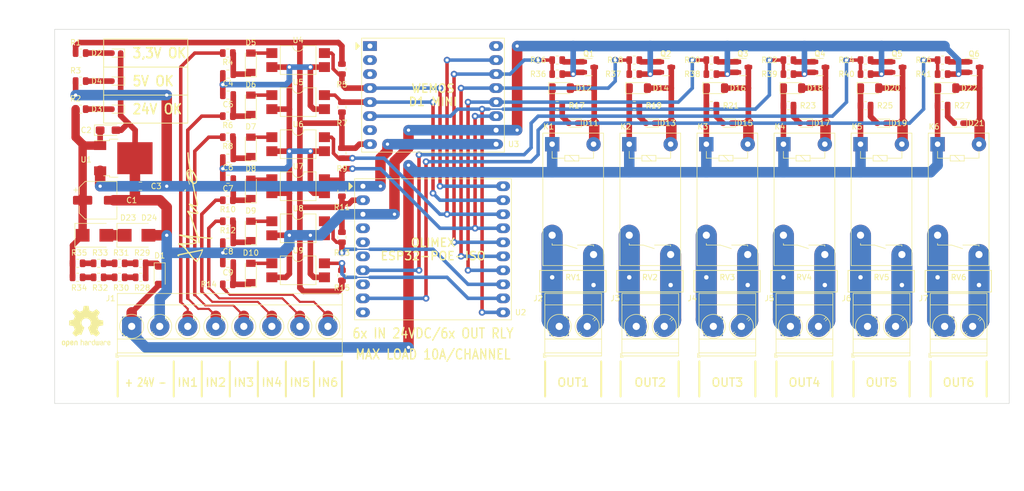
<source format=kicad_pcb>
(kicad_pcb (version 20211014) (generator pcbnew)
  (title_block (title "ESP 6 Relay Module"))
  (layers (0 "F.Cu" signal) (31 "B.Cu" signal) (34 "B.Paste" user) (35 "F.Paste" user) (36 "B.SilkS" user "B.Silkscreen") (37 "F.SilkS" user "F.Silkscreen") (38 "B.Mask" user) (39 "F.Mask" user) (44 "Edge.Cuts" user))
  (net 0 "")
  (net 1 "GNDREF")
  (net 2 "+24V")
  (net 3 "+5V")
  (net 4 "/32-GPI34")
  (net 5 "/32-GPI36")
  (net 6 "/32-GPI35")
  (net 7 "/32-GPI39")
  (net 8 "/32-GPIO14")
  (net 9 "/32-GPIO15")
  (net 10 "Net-(D2-Pad2)")
  (net 11 "Net-(D3-Pad2)")
  (net 12 "Net-(D4-Pad2)")
  (net 13 "Net-(J2-Pad2)")
  (net 14 "Net-(J2-Pad1)")
  (net 15 "+3V3")
  (net 16 "/32-GPIO2")
  (net 17 "/32-GPIO4")
  (net 18 "/32-GPIO13")
  (net 19 "/32-GPIO16")
  (net 20 "/32-GPIO33")
  (net 21 "/32-GPIO32")
  (net 22 "Net-(D17-Pad2)")
  (net 23 "Net-(D19-Pad2)")
  (net 24 "Net-(D21-Pad2)")
  (net 25 "Net-(Q1-Pad1)")
  (net 26 "Net-(Q2-Pad1)")
  (net 27 "Net-(Q3-Pad1)")
  (net 28 "Net-(Q4-Pad1)")
  (net 29 "Net-(Q5-Pad1)")
  (net 30 "Net-(Q6-Pad1)")
  (net 31 "Net-(C4-Pad1)")
  (net 32 "Net-(C5-Pad1)")
  (net 33 "Net-(C6-Pad1)")
  (net 34 "Net-(C7-Pad1)")
  (net 35 "Net-(C8-Pad1)")
  (net 36 "Net-(C9-Pad1)")
  (net 37 "Net-(D5-Pad2)")
  (net 38 "Net-(D6-Pad2)")
  (net 39 "Net-(D7-Pad2)")
  (net 40 "Net-(D8-Pad2)")
  (net 41 "Net-(D9-Pad2)")
  (net 42 "Net-(D10-Pad2)")
  (net 43 "Net-(D11-Pad2)")
  (net 44 "Net-(D13-Pad2)")
  (net 45 "Net-(D15-Pad2)")
  (net 46 "Net-(D11-Pad1)")
  (net 47 "Net-(D13-Pad1)")
  (net 48 "Net-(D15-Pad1)")
  (net 49 "Net-(D17-Pad1)")
  (net 50 "Net-(D19-Pad1)")
  (net 51 "Net-(D21-Pad1)")
  (net 52 "Net-(J3-Pad2)")
  (net 53 "Net-(J3-Pad1)")
  (net 54 "Net-(J4-Pad2)")
  (net 55 "Net-(J4-Pad1)")
  (net 56 "Net-(J5-Pad1)")
  (net 57 "Net-(J5-Pad2)")
  (net 58 "Net-(J6-Pad2)")
  (net 59 "Net-(J6-Pad1)")
  (net 60 "Net-(J7-Pad1)")
  (net 61 "Net-(J7-Pad2)")
  (net 62 "Net-(J1-Pad3)")
  (net 63 "Net-(J1-Pad4)")
  (net 64 "+VReg")
  (net 65 "Net-(D1-Pad1)")
  (net 66 "Net-(D23-Pad2)")
  (net 67 "Net-(R28-Pad2)")
  (net 68 "Net-(R29-Pad2)")
  (net 69 "Net-(R30-Pad2)")
  (net 70 "Net-(R31-Pad2)")
  (net 71 "Net-(R32-Pad2)")
  (net 72 "Net-(R33-Pad2)")
  (net 83 "Net-(J1-Pad5)")
  (net 84 "Net-(J1-Pad6)")
  (net 85 "Net-(J1-Pad7)")
  (net 86 "Net-(J1-Pad8)")
  (footprint "Tales:TerminalBlock_Phoenix_MKDS-3-8-5.08_1x08_P5.08mm_Horizontal" (layer "F.Cu") (at 78.74 118.11)
    (fp_text reference "J1")
    (fp_text value "POWER & INPUTS")
  )
  (footprint "Tales:TerminalBlock_Phoenix_MKDS-3-2-5.08_1x02_P5.08mm_Horizontal" (layer "F.Cu") (at 156.21 118.11)
    (fp_text reference "J2")
    (fp_text value "OUT1")
  )
  (footprint "Tales:Relay_SPST_Omron-G5PZ-1A" (layer "F.Cu") (at 154.94 85.09 -90)
    (fp_text reference "K1")
    (fp_text value "G5PZ-1A")
  )
  (footprint "Tales:WEMOS_D1_mini_light_pads" (layer "F.Cu") (at 121.92 67.31)
    (fp_text reference "U3")
    (fp_text value "WeMos_D1_mini")
  )
  (footprint "Tales:RV_Disc_D12mm_W3.9mm_P7.5mm" (layer "F.Cu") (at 154.94 109.22)
    (fp_text reference "RV1")
    (fp_text value "250VAC")
  )
  (footprint "Tales:TerminalBlock_Phoenix_MKDS-3-2-5.08_1x02_P5.08mm_Horizontal" (layer "F.Cu") (at 170.18 118.11)
    (fp_text reference "J3")
    (fp_text value "OUT1")
  )
  (footprint "Tales:TerminalBlock_Phoenix_MKDS-3-2-5.08_1x02_P5.08mm_Horizontal" (layer "F.Cu") (at 184.15 118.11)
    (fp_text reference "J4")
    (fp_text value "OUT1")
  )
  (footprint "Tales:TerminalBlock_Phoenix_MKDS-3-2-5.08_1x02_P5.08mm_Horizontal" (layer "F.Cu") (at 198.12 118.11)
    (fp_text reference "J5")
    (fp_text value "OUT1")
  )
  (footprint "Tales:TerminalBlock_Phoenix_MKDS-3-2-5.08_1x02_P5.08mm_Horizontal" (layer "F.Cu") (at 212.09 118.11)
    (fp_text reference "J6")
    (fp_text value "OUT1")
  )
  (footprint "Tales:TerminalBlock_Phoenix_MKDS-3-2-5.08_1x02_P5.08mm_Horizontal" (layer "F.Cu") (at 226.06 118.11)
    (fp_text reference "J7")
    (fp_text value "OUT1")
  )
  (footprint "Tales:Relay_SPST_Omron-G5PZ-1A" (layer "F.Cu") (at 168.91 85.09 -90)
    (fp_text reference "K2")
    (fp_text value "G5PZ-1A")
  )
  (footprint "Tales:Relay_SPST_Omron-G5PZ-1A" (layer "F.Cu") (at 182.88 85.09 -90)
    (fp_text reference "K3")
    (fp_text value "G5PZ-1A")
  )
  (footprint "Tales:Relay_SPST_Omron-G5PZ-1A" (layer "F.Cu") (at 196.85 85.09 -90)
    (fp_text reference "K4")
    (fp_text value "G5PZ-1A")
  )
  (footprint "Tales:Relay_SPST_Omron-G5PZ-1A" (layer "F.Cu") (at 210.82 85.09 -90)
    (fp_text reference "K5")
    (fp_text value "G5PZ-1A")
  )
  (footprint "Tales:Relay_SPST_Omron-G5PZ-1A" (layer "F.Cu") (at 224.79 85.09 -90)
    (fp_text reference "K6")
    (fp_text value "G5PZ-1A")
  )
  (footprint "Tales:RV_Disc_D12mm_W3.9mm_P7.5mm" (layer "F.Cu") (at 168.91 109.22)
    (fp_text reference "RV2")
    (fp_text value "250VAC")
  )
  (footprint "Tales:RV_Disc_D12mm_W3.9mm_P7.5mm" (layer "F.Cu") (at 182.88 109.22)
    (fp_text reference "RV3")
    (fp_text value "250VAC")
  )
  (footprint "Tales:RV_Disc_D12mm_W3.9mm_P7.5mm" (layer "F.Cu") (at 196.85 109.22)
    (fp_text reference "RV4")
    (fp_text value "250VAC")
  )
  (footprint "Tales:RV_Disc_D12mm_W3.9mm_P7.5mm" (layer "F.Cu") (at 210.82 109.22)
    (fp_text reference "RV5")
    (fp_text value "250VAC")
  )
  (footprint "Tales:RV_Disc_D12mm_W3.9mm_P7.5mm" (layer "F.Cu") (at 224.79 109.22)
    (fp_text reference "RV6")
    (fp_text value "250VAC")
  )
  (footprint "Tales:D_SOD-123" (layer "F.Cu") (at 156.59 74.93)
    (fp_text reference "D12")
    (fp_text value "1N4148/SOD-123")
  )
  (footprint "Tales:TO-252-2" (layer "F.Cu") (at 77.225 87.63)
    (fp_text reference "U1")
    (fp_text value "L78M05/TO-252-2")
  )
  (footprint "Tales:Olimex_ESP32-POE_Pads" (layer "F.Cu") (at 120.65 92.71)
    (fp_text reference "U2")
    (fp_text value "Olimex_ESP32-POE")
  )
  (footprint "Tales:R_0805_2012Metric" (layer "F.Cu") (at 69.4925 68.58)
    (fp_text reference "R1")
    (fp_text value "270R/0,125W/0805")
  )
  (footprint "Tales:R_0805_2012Metric" (layer "F.Cu") (at 69.4925 78.74)
    (fp_text reference "R2")
    (fp_text value "3k9/0,125W/0805")
  )
  (footprint "Tales:R_0805_2012Metric" (layer "F.Cu") (at 69.4925 73.66)
    (fp_text reference "R3")
    (fp_text value "680R/0,125W/0805")
  )
  (footprint "Tales:R_0805_2012Metric" (layer "F.Cu") (at 96.1625 68.58 180)
    (fp_text reference "R4")
    (fp_text value "1k2/0,125W/0805")
  )
  (footprint "Tales:R_0805_2012Metric" (layer "F.Cu") (at 116.84 71.4775 -90)
    (fp_text reference "R5")
    (fp_text value "3k3/0,125W/0805")
  )
  (footprint "Tales:R_0805_2012Metric" (layer "F.Cu") (at 116.84 78.3825 90)
    (fp_text reference "R7")
    (fp_text value "3k3/0,125W/0805")
  )
  (footprint "Tales:R_0805_2012Metric" (layer "F.Cu") (at 96.1625 80.01 180)
    (fp_text reference "R6")
    (fp_text value "1k2/0,125W/0805")
  )
  (footprint "Tales:R_0805_2012Metric" (layer "F.Cu") (at 96.1625 83.82 180)
    (fp_text reference "R8")
    (fp_text value "1k2/0,125W/0805")
  )
  (footprint "Tales:R_0805_2012Metric" (layer "F.Cu") (at 116.84 86.7175 -90)
    (fp_text reference "R9")
    (fp_text value "3k3/0,125W/0805")
  )
  (footprint "Tales:R_0805_2012Metric" (layer "F.Cu") (at 96.1625 95.25 180)
    (fp_text reference "R10")
    (fp_text value "1k2/0,125W/0805")
  )
  (footprint "Tales:R_0805_2012Metric" (layer "F.Cu") (at 116.84 93.6225 90)
    (fp_text reference "R11")
    (fp_text value "3k3/0,125W/0805")
  )
  (footprint "Tales:R_0805_2012Metric" (layer "F.Cu") (at 96.1625 99.06 180)
    (fp_text reference "R12")
    (fp_text value "1k2/0,125W/0805")
  )
  (footprint "Tales:R_0805_2012Metric" (layer "F.Cu") (at 116.84 101.9575 -90)
    (fp_text reference "R13")
    (fp_text value "3k3/0,125W/0805")
  )
  (footprint "Tales:R_0805_2012Metric" (layer "F.Cu") (at 96.1625 110.49 180)
    (fp_text reference "R14")
    (fp_text value "1k2/0,125W/0805")
  )
  (footprint "Tales:R_0805_2012Metric" (layer "F.Cu") (at 116.84 108.8625 90)
    (fp_text reference "R15")
    (fp_text value "3k3/0,125W/0805")
  )
  (footprint "Tales:C_0805_2012Metric" (layer "F.Cu") (at 96.2 72.39 180)
    (fp_text reference "C4")
    (fp_text value "33nF/50V/0805")
  )
  (footprint "Tales:C_0805_2012Metric" (layer "F.Cu") (at 96.2 76.2 180)
    (fp_text reference "C5")
    (fp_text value "33nF/50V/0805")
  )
  (footprint "Tales:C_0805_2012Metric" (layer "F.Cu") (at 96.2 87.63 180)
    (fp_text reference "C6")
    (fp_text value "33nF/50V/0805")
  )
  (footprint "Tales:C_0805_2012Metric" (layer "F.Cu") (at 96.2 91.44 180)
    (fp_text reference "C7")
    (fp_text value "33nF/50V/0805")
  )
  (footprint "Tales:C_0805_2012Metric" (layer "F.Cu") (at 96.2 102.87 180)
    (fp_text reference "C8")
    (fp_text value "33nF/50V/0805")
  )
  (footprint "Tales:C_0805_2012Metric" (layer "F.Cu") (at 96.2 106.68 180)
    (fp_text reference "C9")
    (fp_text value "33nF/50V/0805")
  )
  (footprint "Tales:LED_0603_1608Metric" (layer "F.Cu") (at 75.955 68.58 180)
    (fp_text reference "D2")
    (fp_text value "GREEN/0603")
  )
  (footprint "Tales:LED_0603_1608Metric" (layer "F.Cu") (at 75.955 78.74 180)
    (fp_text reference "D3")
    (fp_text value "GREEN/0603")
  )
  (footprint "Tales:LED_0603_1608Metric" (layer "F.Cu") (at 75.955 73.66 180)
    (fp_text reference "D4")
    (fp_text value "GREEN/0603")
  )
  (footprint "Tales:LED_0603_1608Metric" (layer "F.Cu") (at 158.75 81.28 180)
    (fp_text reference "D11")
    (fp_text value "BLUE/0603")
  )
  (footprint "Tales:LED_0603_1608Metric" (layer "F.Cu") (at 172.72 81.28 180)
    (fp_text reference "D13")
    (fp_text value "BLUE/0603")
  )
  (footprint "Tales:D_SOD-123" (layer "F.Cu") (at 170.56 74.93)
    (fp_text reference "D14")
    (fp_text value "1N4148/SOD-123")
  )
  (footprint "Tales:LED_0603_1608Metric" (layer "F.Cu") (at 186.69 81.28 180)
    (fp_text reference "D15")
    (fp_text value "BLUE/0603")
  )
  (footprint "Tales:D_SOD-123" (layer "F.Cu") (at 184.53 74.93)
    (fp_text reference "D16")
    (fp_text value "1N4148/SOD-123")
  )
  (footprint "Tales:LED_0603_1608Metric" (layer "F.Cu") (at 200.66 81.28 180)
    (fp_text reference "D17")
    (fp_text value "BLUE/0603")
  )
  (footprint "Tales:D_SOD-123" (layer "F.Cu") (at 198.5 74.93)
    (fp_text reference "D18")
    (fp_text value "1N4148/SOD-123")
  )
  (footprint "Tales:LED_0603_1608Metric" (layer "F.Cu") (at 214.63 81.28 180)
    (fp_text reference "D19")
    (fp_text value "BLUE/0603")
  )
  (footprint "Tales:D_SOD-123" (layer "F.Cu") (at 212.47 74.93)
    (fp_text reference "D20")
    (fp_text value "1N4148/SOD-123")
  )
  (footprint "Tales:LED_0603_1608Metric" (layer "F.Cu") (at 228.6 81.28 180)
    (fp_text reference "D21")
    (fp_text value "BLUE/0603")
  )
  (footprint "Tales:D_SOD-123" (layer "F.Cu") (at 226.44 74.93)
    (fp_text reference "D22")
    (fp_text value "1N4148/SOD-123")
  )
  (footprint "Tales:R_0805_2012Metric" (layer "F.Cu") (at 169.8225 78.105)
    (fp_text reference "R19")
    (fp_text value "4k7/0,125W/0805")
  )
  (footprint "Tales:R_0805_2012Metric" (layer "F.Cu") (at 183.7925 78.105)
    (fp_text reference "R21")
    (fp_text value "4k7/0,125W/0805")
  )
  (footprint "Tales:R_0805_2012Metric" (layer "F.Cu") (at 197.7625 78.105)
    (fp_text reference "R23")
    (fp_text value "4k7/0,125W/0805")
  )
  (footprint "Tales:R_0805_2012Metric" (layer "F.Cu") (at 211.7325 78.105)
    (fp_text reference "R25")
    (fp_text value "4k7/0,125W/0805")
  )
  (footprint "Tales:R_0805_2012Metric" (layer "F.Cu") (at 225.7025 78.105)
    (fp_text reference "R27")
    (fp_text value "4k7/0,125W/0805")
  )
  (footprint "Tales:R_0805_2012Metric" (layer "F.Cu") (at 155.8525 69.85 180)
    (fp_text reference "R16")
    (fp_text value "1k/0,125W/0805")
  )
  (footprint "Tales:R_0805_2012Metric" (layer "F.Cu") (at 169.8225 69.85 180)
    (fp_text reference "R18")
    (fp_text value "1k/0,125W/0805")
  )
  (footprint "Tales:R_0805_2012Metric" (layer "F.Cu") (at 183.7925 69.85 180)
    (fp_text reference "R20")
    (fp_text value "1k/0,125W/0805")
  )
  (footprint "Tales:R_0805_2012Metric" (layer "F.Cu") (at 197.7625 69.85 180)
    (fp_text reference "R22")
    (fp_text value "1k/0,125W/0805")
  )
  (footprint "Tales:R_0805_2012Metric" (layer "F.Cu") (at 211.7325 69.85 180)
    (fp_text reference "R24")
    (fp_text value "1k/0,125W/0805")
  )
  (footprint "Tales:R_0805_2012Metric" (layer "F.Cu") (at 225.7025 69.85 180)
    (fp_text reference "R26")
    (fp_text value "1k/0,125W/0805")
  )
  (footprint "Tales:R_0805_2012Metric" (layer "F.Cu") (at 155.8525 78.105)
    (fp_text reference "R17")
    (fp_text value "4k7/0,125W/0805")
  )
  (footprint "Tales:D_SOD-123" (layer "F.Cu") (at 83.82 108.84 -90)
    (fp_text reference "D1")
    (fp_text value "SM4007PL/SOD-123")
  )
  (footprint "Tales:SOT-23" (layer "F.Cu") (at 203.47 71.12)
    (fp_text reference "Q4")
    (fp_text value "MMBT2222A/SOT-23-3")
  )
  (footprint "Package_DIP:SMDIP-4_W9.53mm" (layer "F.Cu") (at 108.905 100.33)
    (fp_text reference "U8")
    (fp_text value "LTV-817S")
  )
  (footprint "Package_DIP:SMDIP-4_W9.53mm" (layer "F.Cu") (at 108.905 77.47)
    (fp_text reference "U5")
    (fp_text value "LTV-817S")
  )
  (footprint "Tales:D_MiniMELF" (layer "F.Cu") (at 100.33 108.43 90)
    (fp_text reference "D10")
    (fp_text value "9V1/500mW")
  )
  (footprint "Tales:R_0805_2012Metric" (layer "F.Cu") (at 76.5575 109.22 180)
    (fp_text reference "R30")
    (fp_text value "56R/0,125W/0805")
  )
  (footprint "Tales:R_0805_2012Metric" (layer "F.Cu") (at 183.7925 72.39)
    (fp_text reference "R38")
    (fp_text value "10k/0,125W/0805")
  )
  (footprint "Tales:R_0805_2012Metric" (layer "F.Cu") (at 72.7475 109.22 180)
    (fp_text reference "R32")
    (fp_text value "56R/0,125W/0805")
  )
  (footprint "Package_DIP:SMDIP-4_W9.53mm" (layer "F.Cu") (at 108.905 69.85)
    (fp_text reference "U4")
    (fp_text value "LTV-817S")
  )
  (footprint "Package_DIP:SMDIP-4_W9.53mm" (layer "F.Cu") (at 108.905 85.09)
    (fp_text reference "U6")
    (fp_text value "LTV-817S")
  )
  (footprint "Tales:C_0805_2012Metric" (layer "F.Cu") (at 80.33 92.71 180)
    (fp_text reference "C3")
    (fp_text value "0,1uF/50V/0805")
  )
  (footprint "Tales:R_0805_2012Metric" (layer "F.Cu") (at 169.8225 72.39)
    (fp_text reference "R37")
    (fp_text value "10k/0,125W/0805")
  )
  (footprint "Tales:D_MiniMELF" (layer "F.Cu") (at 100.33 85.57 90)
    (fp_text reference "D7")
    (fp_text value "9V1/500mW")
  )
  (footprint "Tales:R_0805_2012Metric" (layer "F.Cu") (at 155.8525 72.39)
    (fp_text reference "R36")
    (fp_text value "10k/0,125W/0805")
  )
  (footprint "Package_DIP:SMDIP-4_W9.53mm" (layer "F.Cu") (at 108.905 107.95)
    (fp_text reference "U9")
    (fp_text value "LTV-817S")
  )
  (footprint "Tales:R_0805_2012Metric" (layer "F.Cu") (at 68.9375 109.22 180)
    (fp_text reference "R34")
    (fp_text value "56R/0,125W/0805")
  )
  (footprint "Tales:CP_EIA-3216-18_Kemet-A_Pad1.58x1.35mm_HandSolder" (layer "F.Cu") (at 74.4625 82.55)
    (fp_text reference "C2")
    (fp_text value "0,33uF/35V")
  )
  (footprint "Tales:TMaschio_20x6.4mm" (layer "F.Cu") (at 90.17 96.52 90)
    (fp_text reference "" hide)
    (fp_text value "" hide)
  )
  (footprint "Package_DIP:SMDIP-4_W9.53mm" (layer "F.Cu") (at 108.905 92.71)
    (fp_text reference "U7")
    (fp_text value "LTV-817S")
  )
  (footprint "Tales:SOT-23" (layer "F.Cu") (at 217.44 71.12)
    (fp_text reference "Q5")
    (fp_text value "MMBT2222A/SOT-23-3")
  )
  (footprint "Tales:R_0805_2012Metric" (layer "F.Cu") (at 225.7025 72.39)
    (fp_text reference "R41")
    (fp_text value "10k/0,125W/0805")
  )
  (footprint "Tales:R_0805_2012Metric" (layer "F.Cu") (at 197.7625 72.39)
    (fp_text reference "R39")
    (fp_text value "10k/0,125W/0805")
  )
  (footprint "Tales:R_0805_2012Metric" (layer "F.Cu") (at 68.9375 106.68 180)
    (fp_text reference "R35")
    (fp_text value "56R/0,125W/0805")
  )
  (footprint "Tales:SOT-23" (layer "F.Cu") (at 189.5 71.12)
    (fp_text reference "Q3")
    (fp_text value "MMBT2222A/SOT-23-3")
  )
  (footprint "Tales:SOT-23" (layer "F.Cu") (at 231.41 71.12)
    (fp_text reference "Q6")
    (fp_text value "MMBT2222A/SOT-23-3")
  )
  (footprint "Tales:D_MiniMELF" (layer "F.Cu") (at 100.33 100.81 90)
    (fp_text reference "D9")
    (fp_text value "9V1/500mW")
  )
  (footprint "Tales:R_0805_2012Metric" (layer "F.Cu") (at 211.7325 72.39)
    (fp_text reference "R40")
    (fp_text value "10k/0,125W/0805")
  )
  (footprint "Tales:D_MiniMELF" (layer "F.Cu") (at 100.33 93.19 90)
    (fp_text reference "D8")
    (fp_text value "9V1/500mW")
  )
  (footprint "Tales:SOT-23" (layer "F.Cu") (at 161.56 71.12)
    (fp_text reference "Q1")
    (fp_text value "MMBT2222A/SOT-23-3")
  )
  (footprint "Tales:CP_Elec_6.3x5.4" (layer "F.Cu") (at 72.65 95.25)
    (fp_text reference "C1")
    (fp_text value "47uF/35V/6,3x5,4")
  )
  (footprint "Tales:D_MiniMELF" (layer "F.Cu") (at 100.33 70.33 90)
    (fp_text reference "D5")
    (fp_text value "9V1/500mW")
  )
  (footprint "Tales:SOT-23" (layer "F.Cu") (at 175.53 71.12)
    (fp_text reference "Q2")
    (fp_text value "MMBT2222A/SOT-23-3")
  )
  (footprint "Tales:R_0805_2012Metric" (layer "F.Cu") (at 80.3675 106.68 180)
    (fp_text reference "R29")
    (fp_text value "56R/0,125W/0805")
  )
  (footprint "Tales:D_SMB" (layer "F.Cu") (at 72 101.6)
    (fp_text reference "D23")
    (fp_text value "7V5/5W/SMB")
  )
  (footprint "Symbol:OSHW-Logo2_9.8x8mm_SilkScreen" (layer "F.Cu") (at 70.485 118.11)
    (fp_text reference "REF**" hide)
    (fp_text value "OSHW-Logo2_9.8x8mm_SilkScreen" hide)
  )
  (footprint "Tales:R_0805_2012Metric" (layer "F.Cu") (at 76.5575 106.68 180)
    (fp_text reference "R31")
    (fp_text value "56R/0,125W/0805")
  )
  (footprint "Tales:R_0805_2012Metric" (layer "F.Cu") (at 80.3675 109.22 180)
    (fp_text reference "R28")
    (fp_text value "56R/0,125W/0805")
  )
  (footprint "Tales:R_0805_2012Metric" (layer "F.Cu") (at 72.7475 106.68 180)
    (fp_text reference "R33")
    (fp_text value "56R/0,125W/0805")
  )
  (footprint "Tales:D_MiniMELF" (layer "F.Cu") (at 100.33 77.95 90)
    (fp_text reference "D6")
    (fp_text value "9V1/500mW")
  )
  (footprint "Tales:D_SMB" (layer "F.Cu") (at 79.62 101.6)
    (fp_text reference "D24")
    (fp_text value "7V5/5W/SMB")
  )
  (gr_line (start 91.44 124.46) (end 91.44 130.81) (layer "F.SilkS") (width 0.35))
  (gr_line (start 86.36 124.46) (end 86.36 130.81) (layer "F.SilkS") (width 0.35))
  (gr_line (start 191.77 124.46) (end 191.77 130.81) (layer "F.SilkS") (width 0.35))
  (gr_line (start 116.84 124.46) (end 116.84 130.81) (layer "F.SilkS") (width 0.35))
  (gr_line (start 163.83 124.46) (end 163.83 130.81) (layer "F.SilkS") (width 0.35))
  (gr_line (start 73.66 71.12) (end 88.9 71.12) (layer "F.SilkS") (width 0.15))
  (gr_line (start 219.71 124.46) (end 219.71 130.81) (layer "F.SilkS") (width 0.35))
  (gr_line (start 233.68 124.46) (end 233.68 130.81) (layer "F.SilkS") (width 0.35))
  (gr_line (start 205.74 124.46) (end 205.74 130.81) (layer "F.SilkS") (width 0.35))
  (gr_line (start 177.86 124.46) (end 177.86 130.81) (layer "F.SilkS") (width 0.35))
  (gr_rect (start 73.66 66.04) (end 88.9 81.28) (layer "F.SilkS") (width 0.15) (fill none))
  (gr_line (start 167.34 124.46) (end 167.34 130.81) (layer "F.SilkS") (width 0.35))
  (gr_line (start 106.68 124.46) (end 106.68 130.81) (layer "F.SilkS") (width 0.35))
  (gr_line (start 76.2 124.46) (end 76.2 130.81) (layer "F.SilkS") (width 0.35))
  (gr_line (start 96.52 124.46) (end 96.52 130.81) (layer "F.SilkS") (width 0.35))
  (gr_line (start 195.58 124.46) (end 195.58 130.81) (layer "F.SilkS") (width 0.35))
  (gr_line (start 73.66 76.2) (end 88.9 76.2) (layer "F.SilkS") (width 0.15))
  (gr_line (start 111.76 124.46) (end 111.76 130.81) (layer "F.SilkS") (width 0.35))
  (gr_line (start 101.6 124.46) (end 101.6 130.81) (layer "F.SilkS") (width 0.35))
  (gr_line (start 181.61 124.46) (end 181.61 130.81) (layer "F.SilkS") (width 0.35))
  (gr_line (start 209.55 124.46) (end 209.55 130.81) (layer "F.SilkS") (width 0.35))
  (gr_line (start 153.67 124.46) (end 153.67 130.81) (layer "F.SilkS") (width 0.35))
  (gr_line (start 223.52 124.46) (end 223.52 130.81) (layer "F.SilkS") (width 0.35))
  (gr_rect (start 64.77 64.28) (end 237.77 132.08) (layer "Edge.Cuts") (width 0.1) (fill none))
  (gr_text "IN1" (at 88.9 128.27) (layer "F.SilkS") (effects (font (size 1.5 1.5) (thickness 0.25))))
  (gr_text "OUT2" (at 172.72 128.27) (layer "F.SilkS") (effects (font (size 1.5 1.5) (thickness 0.25))))
  (gr_text "OUT1" (at 158.75 128.27) (layer "F.SilkS") (effects (font (size 1.5 1.5) (thickness 0.25))))
  (gr_text "OUT3" (at 186.69 128.27) (layer "F.SilkS") (effects (font (size 1.5 1.5) (thickness 0.25))))
  (gr_text "24V OK" (at 78.74 78.74) (layer "F.SilkS") (effects (font (size 1.8 1.6) (thickness 0.3)) (justify left)))
  (gr_text "IN3" (at 99.06 128.27) (layer "F.SilkS") (effects (font (size 1.5 1.5) (thickness 0.25))))
  (gr_text "OUT5" (at 214.63 128.27) (layer "F.SilkS") (effects (font (size 1.5 1.5) (thickness 0.25))))
  (gr_text "IN5" (at 109.22 128.27) (layer "F.SilkS") (effects (font (size 1.5 1.5) (thickness 0.25))))
  (gr_text "+ 24V -" (at 81.28 128.27) (layer "F.SilkS") (effects (font (size 1.5 1.1) (thickness 0.25))))
  (gr_text "IN4" (at 104.14 128.27) (layer "F.SilkS") (effects (font (size 1.5 1.5) (thickness 0.25))))
  (gr_text "IN6" (at 114.3 128.27) (layer "F.SilkS") (effects (font (size 1.5 1.5) (thickness 0.25))))
  (gr_text "OUT4" (at 200.66 128.27) (layer "F.SilkS") (effects (font (size 1.5 1.5) (thickness 0.25))))
  (gr_text "IN2" (at 93.98 128.27) (layer "F.SilkS") (effects (font (size 1.5 1.5) (thickness 0.25))))
  (gr_text "OUT6" (at 228.6 128.27) (layer "F.SilkS") (effects (font (size 1.5 1.5) (thickness 0.25))))
  (gr_text "3,3V OK" (at 78.74 68.58) (layer "F.SilkS") (effects (font (size 1.8 1.6) (thickness 0.3)) (justify left)))
  (gr_text "MAX LOAD 10A/CHANNEL" (at 133.35 123.19) (layer "F.SilkS") (effects (font (size 1.8 1.5) (thickness 0.25))))
  (gr_text "6x IN 24VDC/6x OUT RLY" (at 133.35 119.38) (layer "F.SilkS") (effects (font (size 1.8 1.5) (thickness 0.25))))
  (gr_text "WEMOS\nD1 MINI" (at 133.35 76.2) (layer "F.SilkS") (effects (font (size 1.5 1.5) (thickness 0.25))))
  (gr_text "OLIMEX\nESP32-POE-ISO" (at 133.35 104.14) (layer "F.SilkS") (effects (font (size 1.5 1.5) (thickness 0.25))))
  (gr_text "5V OK" (at 78.74 73.66) (layer "F.SilkS") (effects (font (size 1.8 1.6) (thickness 0.3)) (justify left)))
  (segment (start 95.25 89.535) (end 95.25 91.44) (width 1.016) (layer "F.Cu") (net 1))
  (segment (start 95.25 74.295) (end 95.25 76.2) (width 1.016) (layer "F.Cu") (net 1))
  (segment (start 95.25 104.775) (end 95.25 106.68) (width 1.016) (layer "F.Cu") (net 1))
  (segment (start 107.315 108.585) (end 106.68 109.22) (width 1.016) (layer "F.Cu") (net 1))
  (segment (start 148.59 67.31) (end 148.59 82.55) (width 1.905) (layer "F.Cu") (net 1))
  (segment (start 79.325 95.2) (end 79.375 95.25) (width 1.905) (layer "F.Cu") (net 1))
  (segment (start 76.7425 73.66) (end 76.7425 78.74) (width 1.016) (layer "F.Cu") (net 1))
  (segment (start 172.72 72.39) (end 170.735 72.39) (width 1.016) (layer "F.Cu") (net 1))
  (segment (start 76.7425 68.58) (end 76.7425 73.66) (width 1.016) (layer "F.Cu") (net 1))
  (segment (start 79.325 87.63) (end 79.325 95.2) (width 1.905) (layer "F.Cu") (net 1))
  (segment (start 113.67 93.98) (end 111.76 93.98) (width 1.016) (layer "F.Cu") (net 1))
  (segment (start 111.76 78.74) (end 111.125 78.105) (width 1.016) (layer "F.Cu") (net 1))
  (segment (start 126.365 88.265) (end 128.905 85.725) (width 1.905) (layer "F.Cu") (net 1))
  (segment (start 104.14 78.74) (end 107.315 78.74) (width 1.016) (layer "F.Cu") (net 1))
  (segment (start 200.66 72.39) (end 198.675 72.39) (width 1.016) (layer "F.Cu") (net 1))
  (segment (start 188.5 72.07) (end 187.01 72.07) (width 1.016) (layer "F.Cu") (net 1))
  (segment (start 111.125 78.105) (end 111.125 71.12) (width 1.016) (layer "F.Cu") (net 1))
  (segment (start 111.76 93.98) (end 111.125 93.345) (width 1.016) (layer "F.Cu") (net 1))
  (segment (start 95.25 87.63) (end 95.25 89.535) (width 1.016) (layer "F.Cu") (net 1))
  (segment (start 214.95 72.07) (end 214.63 72.39) (width 1.016) (layer "F.Cu") (net 1))
  (segment (start 85.09 96.52) (end 83.82 95.25) (width 1.905) (layer "F.Cu") (net 1))
  (segment (start 111.125 101.6) (end 113.67 101.6) (width 1.016) (layer "F.Cu") (net 1))
  (segment (start 104.14 93.98) (end 107.315 93.98) (width 1.016) (layer "F.Cu") (net 1))
  (segment (start 159.07 72.07) (end 158.75 72.39) (width 1.016) (layer "F.Cu") (net 1))
  (segment (start 76.7425 79.9175) (end 78.105 81.28) (width 1.016) (layer "F.Cu") (net 1))
  (segment (start 200.98 72.07) (end 200.66 72.39) (width 1.016) (layer "F.Cu") (net 1))
  (segment (start 113.67 109.22) (end 111.76 109.22) (width 1.016) (layer "F.Cu") (net 1))
  (segment (start 75.9 82.55) (end 76.835 82.55) (width 1.016) (layer "F.Cu") (net 1))
  (segment (start 76.835 82.55) (end 78.105 81.28) (width 1.016) (layer "F.Cu") (net 1))
  (segment (start 158.75 72.39) (end 156.765 72.39) (width 1.016) (layer "F.Cu") (net 1))
  (segment (start 173.04 72.07) (end 172.72 72.39) (width 1.016) (layer "F.Cu") (net 1))
  (segment (start 111.125 86.36) (end 113.67 86.36) (width 1.016) (layer "F.Cu") (net 1))
  (segment (start 230.41 72.07) (end 228.92 72.07) (width 1.016) (layer "F.Cu") (net 1))
  (segment (start 111.76 109.22) (end 111.125 108.585) (width 1.016) (layer "F.Cu") (net 1))
  (segment (start 216.44 72.07) (end 214.95 72.07) (width 1.016) (layer "F.Cu") (net 1))
  (segment (start 95.25 102.87) (end 95.25 104.775) (width 1.016) (layer "F.Cu") (net 1))
  (segment (start 79.375 82.55) (end 79.325 87.63) (width 1.016) (layer "F.Cu") (net 1))
  (segment (start 107.315 78.74) (end 107.315 86.36) (width 1.016) (layer "F.Cu") (net 1))
  (segment (start 95.25 72.39) (end 95.25 74.295) (width 1.016) (layer "F.Cu") (net 1))
  (segment (start 111.125 108.585) (end 111.125 101.6) (width 1.016) (layer "F.Cu") (net 1))
  (segment (start 174.53 72.07) (end 173.04 72.07) (width 1.016) (layer "F.Cu") (net 1))
  (segment (start 111.125 93.345) (end 111.125 86.36) (width 1.016) (layer "F.Cu") (net 1))
  (segment (start 104.14 71.12) (end 107.315 71.12) (width 1.016) (layer "F.Cu") (net 1))
  (segment (start 160.56 72.07) (end 159.07 72.07) (width 1.016) (layer "F.Cu") (net 1))
  (segment (start 78.105 81.28) (end 79.375 82.55) (width 1.016) (layer "F.Cu") (net 1))
  (segment (start 128.905 85.725) (end 128.905 82.55) (width 1.905) (layer "F.Cu") (net 1))
  (segment (start 104.14 101.6) (end 107.315 101.6) (width 1.016) (layer "F.Cu") (net 1))
  (segment (start 107.315 101.6) (end 107.315 108.585) (width 1.016) (layer "F.Cu") (net 1))
  (segment (start 186.69 72.39) (end 184.705 72.39) (width 1.016) (layer "F.Cu") (net 1))
  (segment (start 83.82 95.25) (end 79.375 95.25) (width 1.905) (layer "F.Cu") (net 1))
  (segment (start 126.365 97.79) (end 126.365 88.265) (width 1.905) (layer "F.Cu") (net 1))
  (segment (start 76.7425 78.74) (end 76.7425 79.9175) (width 1.016) (layer "F.Cu") (net 1))
  (segment (start 111.125 71.12) (end 113.67 71.12) (width 1.016) (layer "F.Cu") (net 1))
  (segment (start 113.67 78.74) (end 111.76 78.74) (width 1.016) (layer "F.Cu") (net 1))
  (segment (start 104.14 86.36) (end 107.315 86.36) (width 1.016) (layer "F.Cu") (net 1))
  (segment (start 228.92 72.07) (end 228.6 72.39) (width 1.016) (layer "F.Cu") (net 1))
  (segment (start 214.63 72.39) (end 212.645 72.39) (width 1.016) (layer "F.Cu") (net 1))
  (segment (start 85.09 96.52) (end 85.09 101.6) (width 1.905) (layer "F.Cu") (net 1))
  (segment (start 106.68 109.22) (end 104.14 109.22) (width 1.016) (layer "F.Cu") (net 1))
  (segment (start 107.315 93.98) (end 107.315 101.6) (width 1.016) (layer "F.Cu") (net 1))
  (segment (start 228.6 72.39) (end 226.615 72.39) (width 1.016) (layer "F.Cu") (net 1))
  (segment (start 85.09 101.6) (end 81.77 101.6) (width 1.905) (layer "F.Cu") (net 1))
  (segment (start 202.47 72.07) (end 200.98 72.07) (width 1.016) (layer "F.Cu") (net 1))
  (segment (start 79.375 95.25) (end 75.45 95.25) (width 1.905) (layer "F.Cu") (net 1))
  (segment (start 107.315 86.36) (end 107.315 93.98) (width 1.016) (layer "F.Cu") (net 1))
  (segment (start 187.01 72.07) (end 186.69 72.39) (width 1.016) (layer "F.Cu") (net 1))
  (segment (start 107.315 71.12) (end 107.315 78.74) (width 1.016) (layer "F.Cu") (net 1))
  (via (at 95.25 104.775) (size 1.2) (drill 0.6) (layers "F.Cu" "B.Cu") (net 1))
  (via (at 85.09 101.6) (size 1.2) (drill 0.6) (layers "F.Cu" "B.Cu") (net 1))
  (via (at 172.72 72.39) (size 1) (drill 0.6) (layers "F.Cu" "B.Cu") (net 1))
  (via (at 95.25 89.535) (size 1.2) (drill 0.6) (layers "F.Cu" "B.Cu") (net 1))
  (via (at 111.125 101.6) (size 1) (drill 0.6) (layers "F.Cu" "B.Cu") (net 1))
  (via (at 158.75 72.39) (size 1) (drill 0.6) (layers "F.Cu" "B.Cu") (net 1))
  (via (at 107.315 86.36) (size 1) (drill 0.6) (layers "F.Cu" "B.Cu") (net 1))
  (via (at 148.59 67.31) (size 1.2) (drill 0.6) (layers "F.Cu" "B.Cu") (net 1))
  (via (at 148.59 82.55) (size 1.2) (drill 0.6) (layers "F.Cu" "B.Cu") (net 1))
  (via (at 111.125 86.36) (size 1) (drill 0.6) (layers "F.Cu" "B.Cu") (net 1))
  (via (at 228.6 72.39) (size 1) (drill 0.6) (layers "F.Cu" "B.Cu") (net 1))
  (via (at 107.315 71.12) (size 1) (drill 0.6) (layers "F.Cu" "B.Cu") (net 1))
  (via (at 128.905 82.55) (size 1.2) (drill 0.6) (layers "F.Cu" "B.Cu") (net 1))
  (via (at 126.365 97.79) (size 1.2) (drill 0.6) (layers "F.Cu" "B.Cu") (net 1))
  (via (at 214.63 72.39) (size 1) (drill 0.6) (layers "F.Cu" "B.Cu") (net 1))
  (via (at 107.315 101.6) (size 1) (drill 0.6) (layers "F.Cu" "B.Cu") (net 1))
  (via (at 186.69 72.39) (size 1) (drill 0.6) (layers "F.Cu" "B.Cu") (net 1))
  (via (at 111.125 71.12) (size 1) (drill 0.6) (layers "F.Cu" "B.Cu") (net 1))
  (via (at 200.66 72.39) (size 1) (drill 0.6) (layers "F.Cu" "B.Cu") (net 1))
  (via (at 95.25 74.295) (size 1.2) (drill 0.6) (layers "F.Cu" "B.Cu") (net 1))
  (segment (start 144.78 82.55) (end 128.905 82.55) (width 1.905) (layer "B.Cu") (net 1))
  (segment (start 95.25 104.775) (end 106.045 104.775) (width 1.905) (layer "B.Cu") (net 1))
  (segment (start 95.25 104.775) (end 85.09 104.775) (width 1.905) (layer "B.Cu") (net 1))
  (segment (start 158.75 72.39) (end 158.75 67.31) (width 1.016) (layer "B.Cu") (net 1))
  (segment (start 111.125 101.6) (end 113.03 101.6) (width 1.905) (layer "B.Cu") (net 1))
  (segment (start 107.315 101.6) (end 111.125 101.6) (width 1.905) (layer "B.Cu") (net 1))
  (segment (start 148.59 82.55) (end 144.78 82.55) (width 1.905) (layer "B.Cu") (net 1))
  (segment (start 107.315 71.12) (end 111.125 71.12) (width 1.016) (layer "B.Cu") (net 1))
  (segment (start 228.6 72.39) (end 228.6 69.85) (width 1.016) (layer "B.Cu") (net 1))
  (segment (start 106.045 104.775) (end 107.315 103.505) (width 1.905) (layer "B.Cu") (net 1))
  (segment (start 107.315 86.36) (end 111.125 86.36) (width 1.016) (layer "B.Cu") (net 1))
  (segment (start 107.315 103.505) (end 107.315 101.6) (width 1.905) (layer "B.Cu") (net 1))
  (segment (start 95.25 89.535) (end 106.68 89.535) (width 1.016) (layer "B.Cu") (net 1))
  (segment (start 126.365 97.79) (end 120.65 97.79) (width 1.905) (layer "B.Cu") (net 1))
  (segment (start 85.09 104.775) (end 85.09 111.76) (width 1.905) (layer "B.Cu") (net 1))
  (segment (start 106.68 74.295) (end 107.315 73.66) (width 1.016) (layer "B.Cu") (net 1))
  (segment (start 158.75 67.31) (end 148.59 67.31) (width 1.905) (layer "B.Cu") (net 1))
  (segment (start 226.06 67.31) (end 214.63 67.31) (width 1.905) (layer "B.Cu") (net 1))
  (segment (start 200.66 67.31) (end 186.69 67.31) (width 1.905) (layer "B.Cu") (net 1))
  (segment (start 106.68 89.535) (end 107.315 88.9) (width 1.016) (layer "B.Cu") (net 1))
  (segment (start 186.69 72.39) (end 186.69 67.31) (width 1.016) (layer "B.Cu") (net 1))
  (segment (start 186.69 67.31) (end 172.72 67.31) (width 1.905) (layer "B.Cu") (net 1))
  (segment (start 214.63 67.31) (end 200.66 67.31) (width 1.905) (layer "B.Cu") (net 1))
  (segment (start 172.72 67.31) (end 158.75 67.31) (width 1.905) (layer "B.Cu") (net 1))
  (segment (start 83.82 113.03) (end 83.82 118.11) (width 1.905) (layer "B.Cu") (net 1))
  (segment (start 200.66 72.39) (end 200.66 67.31) (width 1.016) (layer "B.Cu") (net 1))
  (segment (start 228.6 69.85) (end 226.06 67.31) (width 1.016) (layer "B.Cu") (net 1))
  (segment (start 172.72 72.39) (end 172.72 67.31) (width 1.016) (layer "B.Cu") (net 1))
  (segment (start 113.03 101.6) (end 116.84 97.79) (width 1.905) (layer "B.Cu") (net 1))
  (segment (start 85.09 104.775) (end 85.09 101.6) (width 1.905) (layer "B.Cu") (net 1))
  (segment (start 85.09 111.76) (end 83.82 113.03) (width 1.905) (layer "B.Cu") (net 1))
  (segment (start 107.315 88.9) (end 107.315 86.36) (width 1.016) (layer "B.Cu") (net 1))
  (segment (start 107.315 73.66) (end 107.315 71.12) (width 1.016) (layer "B.Cu") (net 1))
  (segment (start 116.84 97.79) (end 120.65 97.79) (width 1.905) (layer "B.Cu") (net 1))
  (segment (start 214.63 72.39) (end 214.63 67.31) (width 1.016) (layer "B.Cu") (net 1))
  (segment (start 95.25 74.295) (end 106.68 74.295) (width 1.016) (layer "B.Cu") (net 1))
  (segment (start 168.91 74.93) (end 168.91 78.105) (width 1.016) (layer "F.Cu") (net 2))
  (segment (start 196.85 78.105) (end 196.85 85.09) (width 1.016) (layer "F.Cu") (net 2))
  (segment (start 224.79 78.105) (end 224.79 85.09) (width 1.016) (layer "F.Cu") (net 2))
  (segment (start 182.88 78.105) (end 182.88 85.09) (width 1.016) (layer "F.Cu") (net 2))
  (segment (start 224.79 74.93) (end 224.79 78.105) (width 1.016) (layer "F.Cu") (net 2))
  (segment (start 154.94 78.105) (end 154.94 85.09) (width 1.016) (layer "F.Cu") (net 2))
  (segment (start 210.82 74.93) (end 210.82 78.105) (width 1.016) (layer "F.Cu") (net 2))
  (segment (start 210.82 78.105) (end 210.82 85.09) (width 1.016) (layer "F.Cu") (net 2))
  (segment (start 128.905 121.92) (end 128.905 88.9) (width 1.905) (layer "F.Cu") (net 2))
  (segment (start 168.91 78.105) (end 168.91 85.09) (width 1.016) (layer "F.Cu") (net 2))
  (segment (start 196.85 74.93) (end 196.85 78.105) (width 1.016) (layer "F.Cu") (net 2))
  (segment (start 83.82 110.49) (end 78.74 115.57) (width 1.016) (layer "F.Cu") (net 2))
  (segment (start 154.94 74.93) (end 154.94 78.105) (width 1.016) (layer "F.Cu") (net 2))
  (segment (start 78.74 115.57) (end 78.74 118.11) (width 1.905) (layer "F.Cu") (net 2))
  (segment (start 182.88 74.93) (end 182.88 78.105) (width 1.016) (layer "F.Cu") (net 2))
  (via (at 128.905 88.9) (size 1.2) (drill 0.6) (layers "F.Cu" "B.Cu") (net 2))
  (via (at 128.905 121.92) (size 1.2) (drill 0.6) (layers "F.Cu" "B.Cu") (net 2))
  (segment (start 224.79 88.9) (end 223.52 90.17) (width 1.905) (layer "B.Cu") (net 2))
  (segment (start 224.79 85.09) (end 224.79 88.9) (width 1.905) (layer "B.Cu") (net 2))
  (segment (start 182.88 90.17) (end 168.91 90.17) (width 1.905) (layer "B.Cu") (net 2))
  (segment (start 128.905 88.9) (end 130.175 90.17) (width 1.905) (layer "B.Cu") (net 2))
  (segment (start 81.28 121.92) (end 128.905 121.92) (width 1.905) (layer "B.Cu") (net 2))
  (segment (start 182.88 85.09) (end 182.88 90.17) (width 1.905) (layer "B.Cu") (net 2))
  (segment (start 130.175 90.17) (end 154.94 90.17) (width 1.905) (layer "B.Cu") (net 2))
  (segment (start 210.82 90.17) (end 196.85 90.17) (width 1.905) (layer "B.Cu") (net 2))
  (segment (start 223.52 90.17) (end 210.82 90.17) (width 1.905) (layer "B.Cu") (net 2))
  (segment (start 196.85 90.17) (end 182.88 90.17) (width 1.905) (layer "B.Cu") (net 2))
  (segment (start 168.91 85.09) (end 168.91 90.17) (width 1.905) (layer "B.Cu") (net 2))
  (segment (start 81.28 121.92) (end 78.74 119.38) (width 1.905) (layer "B.Cu") (net 2))
  (segment (start 154.94 85.09) (end 154.94 90.17) (width 1.905) (layer "B.Cu") (net 2))
  (segment (start 210.82 85.09) (end 210.82 90.17) (width 1.905) (layer "B.Cu") (net 2))
  (segment (start 168.91 90.17) (end 154.94 90.17) (width 1.905) (layer "B.Cu") (net 2))
  (segment (start 78.74 119.38) (end 78.74 118.11) (width 1.905) (layer "B.Cu") (net 2))
  (segment (start 196.85 85.09) (end 196.85 90.17) (width 1.905) (layer "B.Cu") (net 2))
  (segment (start 123.825 92.71) (end 123.825 87.63) (width 1.905) (layer "F.Cu") (net 3))
  (segment (start 125.095 86.36) (end 125.095 85.09) (width 1.905) (layer "F.Cu") (net 3))
  (segment (start 68.58 76.2) (end 68.58 73.66) (width 1.016) (layer "F.Cu") (net 3))
  (segment (start 73.025 92.71) (end 73.025 89.91) (width 1.905) (layer "F.Cu") (net 3))
  (segment (start 85.09 92.71) (end 85.09 76.2) (width 1.905) (layer "F.Cu") (net 3))
  (segment (start 81.28 92.71) (end 85.09 92.71) (width 1.016) (layer "F.Cu") (net 3))
  (segment (start 123.825 87.63) (end 125.095 86.36) (width 1.905) (layer "F.Cu") (net 3))
  (via (at 68.58 76.2) (size 1.2) (drill 0.6) (layers "F.Cu" "B.Cu") (net 3))
  (via (at 123.825 92.71) (size 1.2) (drill 0.6) (layers "F.Cu" "B.Cu") (net 3))
  (via (at 125.095 85.09) (size 1.2) (drill 0.6) (layers "F.Cu" "B.Cu") (net 3))
  (via (at 73.025 92.71) (size 1.2) (drill 0.6) (layers "F.Cu" "B.Cu") (net 3))
  (via (at 85.09 92.71) (size 1.2) (drill 0.6) (layers "F.Cu" "B.Cu") (net 3))
  (via (at 85.09 76.2) (size 1.2) (drill 0.6) (layers "F.Cu" "B.Cu") (net 3))
  (segment (start 68.58 76.2) (end 85.09 76.2) (width 1.905) (layer "B.Cu") (net 3))
  (segment (start 144.78 85.09) (end 125.095 85.09) (width 1.905) (layer "B.Cu") (net 3))
  (segment (start 85.09 92.71) (end 73.025 92.71) (width 1.905) (layer "B.Cu") (net 3))
  (segment (start 120.65 92.71) (end 123.825 92.71) (width 1.905) (layer "B.Cu") (net 3))
  (segment (start 120.65 92.71) (end 85.09 92.71) (width 1.905) (layer "B.Cu") (net 3))
  (segment (start 116.84 91.44) (end 113.67 91.44) (width 0.635) (layer "F.Cu") (net 4))
  (segment (start 140.97 80.01) (end 140.97 100.33) (width 0.635) (layer "F.Cu") (net 4))
  (segment (start 118.745 89.535) (end 117.475 89.535) (width 1.016) (layer "F.Cu") (net 4))
  (segment (start 116.84 91.44) (end 116.84 92.71) (width 1.016) (layer "F.Cu") (net 4))
  (segment (start 116.84 90.17) (end 116.84 91.44) (width 1.016) (layer "F.Cu") (net 4))
  (segment (start 117.475 89.535) (end 116.84 90.17) (width 1.016) (layer "F.Cu") (net 4))
  (via (at 140.97 80.01) (size 1.2) (drill 0.6) (layers "F.Cu" "B.Cu") (net 4))
  (via (at 118.745 89.535) (size 1.2) (drill 0.6) (layers "F.Cu" "B.Cu") (net 4))
  (via (at 140.97 100.33) (size 1.2) (drill 0.6) (layers "F.Cu" "B.Cu") (net 4))
  (segment (start 140.97 100.33) (end 146.05 100.33) (width 0.635) (layer "B.Cu") (net 4))
  (segment (start 144.78 80.01) (end 140.97 80.01) (width 0.635) (layer "B.Cu") (net 4))
  (segment (start 123.825 89.535) (end 134.62 100.33) (width 0.635) (layer "B.Cu") (net 4))
  (segment (start 134.62 100.33) (end 140.97 100.33) (width 0.635) (layer "B.Cu") (net 4))
  (segment (start 118.745 89.535) (end 123.825 89.535) (width 0.635) (layer "B.Cu") (net 4))
  (segment (start 115.57 76.2) (end 116.84 77.47) (width 0.635) (layer "F.Cu") (net 5))
  (segment (start 133.35 77.47) (end 133.35 93.98) (width 0.635) (layer "F.Cu") (net 5))
  (segment (start 121.92 77.47) (end 116.84 77.47) (width 1.016) (layer "F.Cu") (net 5))
  (segment (start 113.67 76.2) (end 115.57 76.2) (width 0.635) (layer "F.Cu") (net 5))
  (via (at 133.35 93.98) (size 1.2) (drill 0.6) (layers "F.Cu" "B.Cu") (net 5))
  (via (at 133.35 77.47) (size 1.2) (drill 0.6) (layers "F.Cu" "B.Cu") (net 5))
  (segment (start 133.35 77.47) (end 121.92 77.47) (width 0.635) (layer "B.Cu") (net 5))
  (segment (start 134.62 95.25) (end 133.35 93.98) (width 0.635) (layer "B.Cu") (net 5))
  (segment (start 146.05 95.25) (end 134.62 95.25) (width 0.635) (layer "B.Cu") (net 5))
  (segment (start 113.67 83.82) (end 114.935 83.82) (width 0.635) (layer "F.Cu") (net 6))
  (segment (start 114.935 83.82) (end 115.305 84.19) (width 0.635) (layer "F.Cu") (net 6))
  (segment (start 118.745 87.63) (end 116.84 87.63) (width 1.016) (layer "F.Cu") (net 6))
  (segment (start 135.89 69.85) (end 135.89 97.79) (width 0.635) (layer "F.Cu") (net 6))
  (segment (start 115.305 86.73) (end 116.205 87.63) (width 0.635) (layer "F.Cu") (net 6))
  (segment (start 115.305 84.19) (end 115.305 86.73) (width 0.635) (layer "F.Cu") (net 6))
  (segment (start 116.205 87.63) (end 116.84 87.63) (width 0.635) (layer "F.Cu") (net 6))
  (via (at 135.89 97.79) (size 1.2) (drill 0.6) (layers "F.Cu" "B.Cu") (net 6))
  (via (at 118.745 87.63) (size 1.2) (drill 0.6) (layers "F.Cu" "B.Cu") (net 6))
  (via (at 135.89 69.85) (size 1.2) (drill 0.6) (layers "F.Cu" "B.Cu") (net 6))
  (segment (start 144.78 69.85) (end 135.89 69.85) (width 0.635) (layer "B.Cu") (net 6))
  (segment (start 124.46 87.63) (end 118.745 87.63) (width 0.635) (layer "B.Cu") (net 6))
  (segment (start 135.89 97.79) (end 146.05 97.79) (width 0.635) (layer "B.Cu") (net 6))
  (segment (start 135.89 97.79) (end 134.62 97.79) (width 0.635) (layer "B.Cu") (net 6))
  (segment (start 134.62 97.79) (end 124.46 87.63) (width 0.635) (layer "B.Cu") (net 6))
  (segment (start 116.84 74.295) (end 116.84 72.39) (width 1.016) (layer "F.Cu") (net 7))
  (segment (start 115.241011 68.886011) (end 115.241011 71.426011) (width 0.635) (layer "F.Cu") (net 7))
  (segment (start 117.475 74.93) (end 116.84 74.295) (width 1.016) (layer "F.Cu") (net 7))
  (segment (start 113.67 68.58) (end 114.935 68.58) (width 0.635) (layer "F.Cu") (net 7))
  (segment (start 114.935 68.58) (end 115.241011 68.886011) (width 0.635) (layer "F.Cu") (net 7))
  (segment (start 116.205 72.39) (end 116.84 72.39) (width 0.635) (layer "F.Cu") (net 7))
  (segment (start 134.62 92.71) (end 134.62 74.93) (width 0.635) (layer "F.Cu") (net 7))
  (segment (start 115.241011 71.426011) (end 116.205 72.39) (width 0.635) (layer "F.Cu") (net 7))
  (segment (start 121.92 74.93) (end 117.475 74.93) (width 1.016) (layer "F.Cu") (net 7))
  (via (at 134.62 92.71) (size 1.2) (drill 0.6) (layers "F.Cu" "B.Cu") (net 7))
  (via (at 134.62 74.93) (size 1.2) (drill 0.6) (layers "F.Cu" "B.Cu") (net 7))
  (segment (start 134.62 74.93) (end 121.92 74.93) (width 0.635) (layer "B.Cu") (net 7))
  (segment (start 146.05 92.71) (end 134.62 92.71) (width 0.635) (layer "B.Cu") (net 7))
  (segment (start 116.84 107.95) (end 116.84 106.68) (width 1.016) (layer "F.Cu") (net 8))
  (segment (start 116.84 106.68) (end 113.67 106.68) (width 0.635) (layer "F.Cu") (net 8))
  (via (at 116.84 106.68) (size 1.2) (drill 0.6) (layers "F.Cu" "B.Cu") (net 8))
  (segment (start 116.84 108.585) (end 117.475 109.22) (width 0.635) (layer "B.Cu") (net 8))
  (segment (start 116.84 106.68) (end 116.84 108.585) (width 0.635) (layer "B.Cu") (net 8))
  (segment (start 139.7 113.03) (end 135.89 109.22) (width 0.635) (layer "B.Cu") (net 8))
  (segment (start 135.89 109.22) (end 121.92 109.22) (width 0.635) (layer "B.Cu") (net 8))
  (segment (start 121.92 109.22) (end 119.38 109.22) (width 0.254) (layer "B.Cu") (net 8))
  (segment (start 146.05 113.03) (end 139.7 113.03) (width 0.635) (layer "B.Cu") (net 8))
  (segment (start 117.475 109.22) (end 119.38 109.22) (width 0.635) (layer "B.Cu") (net 8))
  (segment (start 114.935 99.06) (end 115.241011 99.366011) (width 0.635) (layer "F.Cu") (net 9))
  (segment (start 115.241011 102.235) (end 115.876011 102.87) (width 0.635) (layer "F.Cu") (net 9))
  (segment (start 115.241011 99.366011) (end 115.241011 102.235) (width 0.635) (layer "F.Cu") (net 9))
  (segment (start 115.876011 102.87) (end 116.84 102.87) (width 0.635) (layer "F.Cu") (net 9))
  (segment (start 116.84 104.775) (end 116.84 102.87) (width 1.016) (layer "F.Cu") (net 9))
  (segment (start 113.67 99.06) (end 114.935 99.06) (width 0.635) (layer "F.Cu") (net 9))
  (via (at 116.84 104.775) (size 1.2) (drill 0.6) (layers "F.Cu" "B.Cu") (net 9))
  (segment (start 119.38 104.14) (end 117.475 104.14) (width 0.635) (layer "B.Cu") (net 9))
  (segment (start 133.35 104.14) (end 121.92 104.14) (width 0.635) (layer "B.Cu") (net 9))
  (segment (start 146.05 110.49) (end 139.7 110.49) (width 0.635) (layer "B.Cu") (net 9))
  (segment (start 139.7 110.49) (end 133.35 104.14) (width 0.635) (layer "B.Cu") (net 9))
  (segment (start 117.475 104.14) (end 116.84 104.775) (width 0.635) (layer "B.Cu") (net 9))
  (segment (start 121.92 104.14) (end 119.38 104.14) (width 0.254) (layer "B.Cu") (net 9))
  (segment (start 70.405 68.58) (end 75.1675 68.58) (width 1.016) (layer "F.Cu") (net 10))
  (segment (start 70.405 78.74) (end 75.1675 78.74) (width 1.016) (layer "F.Cu") (net 11))
  (segment (start 70.405 73.66) (end 75.1675 73.66) (width 1.016) (layer "F.Cu") (net 12))
  (segment (start 162.44 116.96) (end 161.29 118.11) (width 3.81) (layer "F.Cu") (net 13))
  (segment (start 162.44 105.09) (end 162.44 116.96) (width 3.81) (layer "F.Cu") (net 13))
  (segment (start 162.44 116.96) (end 161.29 118.11) (width 3.81) (layer "B.Cu") (net 13))
  (segment (start 162.44 105.09) (end 162.44 116.96) (width 3.81) (layer "B.Cu") (net 13))
  (segment (start 154.94 101.59) (end 154.94 116.84) (width 3.81) (layer "F.Cu") (net 14))
  (segment (start 154.94 116.84) (end 156.21 118.11) (width 3.81) (layer "F.Cu") (net 14))
  (segment (start 154.94 101.59) (end 154.94 116.96) (width 3.81) (layer "B.Cu") (net 14))
  (segment (start 154.94 116.84) (end 156.21 118.11) (width 3.81) (layer "B.Cu") (net 14))
  (segment (start 116.84 79.295) (end 116.84 85.805) (width 1.016) (layer "F.Cu") (net 15))
  (segment (start 116.205 66.675) (end 69.215 66.675) (width 1.016) (layer "F.Cu") (net 15))
  (segment (start 116.84 96.52) (end 109.22 96.52) (width 1.016) (layer "F.Cu") (net 15))
  (segment (start 120.65 95.25) (end 118.745 95.25) (width 1.016) (layer "F.Cu") (net 15))
  (segment (start 68.58 67.31) (end 68.58 68.58) (width 1.016) (layer "F.Cu") (net 15))
  (segment (start 109.855 111.76) (end 109.22 111.125) (width 1.016) (layer "F.Cu") (net 15))
  (segment (start 118.745 95.25) (end 118.11 95.885) (width 1.016) (layer "F.Cu") (net 15))
  (segment (start 116.84 111.125) (end 116.205 111.76) (width 1.016) (layer "F.Cu") (net 15))
  (segment (start 116.84 109.775) (end 116.84 111.125) (width 1.016) (layer "F.Cu") (net 15))
  (segment (start 120.015 85.09) (end 119.3 85.805) (width 1.016) (layer "F.Cu") (net 15))
  (segment (start 69.215 66.675) (end 68.58 67.31) (width 1.016) (layer "F.Cu") (net 15))
  (segment (start 121.92 85.09) (end 120.015 85.09) (width 1.016) (layer "F.Cu") (net 15))
  (segment (start 109.22 111.125) (end 109.22 66.675) (width 1.016) (layer "F.Cu") (net 15))
  (segment (start 116.84 94.535) (end 116.84 101.045) (width 1.016) (layer "F.Cu") (net 15))
  (segment (start 109.22 81.28) (end 116.84 81.28) (width 1.016) (layer "F.Cu") (net 15))
  (segment (start 116.205 111.76) (end 109.855 111.76) (width 1.016) (layer "F.Cu") (net 15))
  (segment (start 116.84 67.31) (end 116.205 66.675) (width 1.016) (layer "F.Cu") (net 15))
  (segment (start 118.11 95.885) (end 116.84 95.885) (width 1.016) (layer "F.Cu") (net 15))
  (segment (start 119.3 85.805) (end 116.84 85.805) (width 1.016) (layer "F.Cu") (net 15))
  (segment (start 116.84 70.565) (end 116.84 67.31) (width 1.016) (layer "F.Cu") (net 15))
  (segment (start 210.82 69.85) (end 208.28 69.85) (width 0.635) (layer "F.Cu") (net 16))
  (segment (start 130.81 86.995) (end 130.81 107.95) (width 0.635) (layer "F.Cu") (net 16))
  (segment (start 210.82 69.85) (end 210.82 72.39) (width 0.635) (layer "F.Cu") (net 16))
  (via (at 208.28 69.85) (size 1.2) (drill 0.6) (layers "F.Cu" "B.Cu") (net 16))
  (via (at 130.81 107.95) (size 1.2) (drill 0.6) (layers "F.Cu" "B.Cu") (net 16))
  (via (at 130.81 86.995) (size 1.2) (drill 0.6) (layers "F.Cu" "B.Cu") (net 16))
  (segment (start 130.81 86.995) (end 149.86 86.995) (width 0.635) (layer "B.Cu") (net 16))
  (segment (start 152.4 80.01) (end 205.74 80.01) (width 0.635) (layer "B.Cu") (net 16))
  (segment (start 205.74 80.01) (end 208.28 77.47) (width 0.635) (layer "B.Cu") (net 16))
  (segment (start 151.13 81.28) (end 151.13 85.725) (width 0.635) (layer "B.Cu") (net 16))
  (segment (start 151.13 85.725) (end 149.86 86.995) (width 0.635) (layer "B.Cu") (net 16))
  (segment (start 208.28 77.47) (end 208.28 69.85) (width 0.635) (layer "B.Cu") (net 16))
  (segment (start 130.81 107.95) (end 120.65 107.95) (width 0.635) (layer "B.Cu") (net 16))
  (segment (start 152.4 80.01) (end 151.13 81.28) (width 0.635) (layer "B.Cu") (net 16))
  (segment (start 222.25 69.85) (end 224.79 69.85) (width 0.635) (layer "F.Cu") (net 17))
  (segment (start 132.08 88.265) (end 132.08 113.03) (width 0.635) (layer "F.Cu") (net 17))
  (segment (start 224.79 69.85) (end 224.79 72.39) (width 0.635) (layer "F.Cu") (net 17))
  (via (at 132.08 88.265) (size 1.2) (drill 0.6) (layers "F.Cu" "B.Cu") (net 17))
  (via (at 132.08 113.03) (size 1.2) (drill 0.6) (layers "F.Cu" "B.Cu") (net 17))
  (via (at 222.25 69.85) (size 1.2) (drill 0.6) (layers "F.Cu" "B.Cu") (net 17))
  (segment (start 132.08 88.265) (end 151.13 88.265) (width 0.635) (layer "B.Cu") (net 17))
  (segment (start 152.4 86.995) (end 151.13 88.265) (width 0.635) (layer "B.Cu") (net 17))
  (segment (start 153.67 81.28) (end 219.71 81.28) (width 0.635) (layer "B.Cu") (net 17))
  (segment (start 132.08 113.03) (end 120.65 113.03) (width 0.635) (layer "B.Cu") (net 17))
  (segment (start 222.25 78.74) (end 222.25 69.85) (width 0.635) (layer "B.Cu") (net 17))
  (segment (start 152.4 82.55) (end 152.4 86.995) (width 0.635) (layer "B.Cu") (net 17))
  (segment (start 219.71 81.28) (end 222.25 78.74) (width 0.635) (layer "B.Cu") (net 17))
  (segment (start 153.67 81.28) (end 152.4 82.55) (width 0.635) (layer "B.Cu") (net 17))
  (segment (start 196.85 69.85) (end 196.85 72.39) (width 0.635) (layer "F.Cu") (net 18))
  (segment (start 196.85 69.85) (end 194.31 69.85) (width 0.635) (layer "F.Cu") (net 18))
  (segment (start 142.24 115.57) (end 142.24 78.74) (width 0.635) (layer "F.Cu") (net 18))
  (via (at 142.24 115.57) (size 1.2) (drill 0.6) (layers "F.Cu" "B.Cu") (net 18))
  (via (at 194.31 69.85) (size 1.2) (drill 0.6) (layers "F.Cu" "B.Cu") (net 18))
  (via (at 142.24 78.74) (size 1.2) (drill 0.6) (layers "F.Cu" "B.Cu") (net 18))
  (segment (start 194.31 69.85) (end 194.31 76.2) (width 0.635) (layer "B.Cu") (net 18))
  (segment (start 143.51 78.74) (end 146.05 78.74) (width 0.254) (layer "B.Cu") (net 18))
  (segment (start 142.24 78.74) (end 143.51 78.74) (width 0.635) (layer "B.Cu") (net 18))
  (segment (start 194.31 76.2) (end 191.77 78.74) (width 0.635) (layer "B.Cu") (net 18))
  (segment (start 136.525 80.01) (end 137.795 78.74) (width 0.635) (layer "B.Cu") (net 18))
  (segment (start 121.92 80.01) (end 136.525 80.01) (width 0.635) (layer "B.Cu") (net 18))
  (segment (start 137.795 78.74) (end 142.24 78.74) (width 0.635) (layer "B.Cu") (net 18))
  (segment (start 146.05 115.57) (end 142.24 115.57) (width 0.635) (layer "B.Cu") (net 18))
  (segment (start 191.77 78.74) (end 146.05 78.74) (width 0.635) (layer "B.Cu") (net 18))
  (segment (start 182.88 69.85) (end 180.34 69.85) (width 0.635) (layer "F.Cu") (net 19))
  (segment (start 182.88 69.85) (end 182.88 72.39) (width 0.635) (layer "F.Cu") (net 19))
  (segment (start 139.7 77.47) (end 139.7 107.95) (width 0.635) (layer "F.Cu") (net 19))
  (via (at 139.7 107.95) (size 1.2) (drill 0.6) (layers "F.Cu" "B.Cu") (net 19))
  (via (at 139.7 77.47) (size 1.2) (drill 0.6) (layers "F.Cu" "B.Cu") (net 19))
  (via (at 180.34 69.85) (size 1.2) (drill 0.6) (layers "F.Cu" "B.Cu") (net 19))
  (segment (start 144.78 77.47) (end 139.7 77.47) (width 0.635) (layer "B.Cu") (net 19))
  (segment (start 180.34 69.85) (end 180.34 74.93) (width 0.635) (layer "B.Cu") (net 19))
  (segment (start 139.7 107.95) (end 146.05 107.95) (width 0.635) (layer "B.Cu") (net 19))
  (segment (start 177.8 77.47) (end 144.78 77.47) (width 0.635) (layer "B.Cu") (net 19))
  (segment (start 180.34 74.93) (end 177.8 77.47) (width 0.635) (layer "B.Cu") (net 19))
  (segment (start 137.16 72.39) (end 137.16 102.87) (width 0.635) (layer "F.Cu") (net 20))
  (segment (start 154.94 69.85) (end 152.4 69.85) (width 0.635) (layer "F.Cu") (net 20))
  (segment (start 154.94 69.85) (end 154.94 72.39) (width 0.635) (layer "F.Cu") (net 20))
  (via (at 137.16 72.39) (size 1.2) (drill 0.6) (layers "F.Cu" "B.Cu") (net 20))
  (via (at 152.4 69.85) (size 1.2) (drill 0.6) (layers "F.Cu" "B.Cu") (net 20))
  (via (at 137.16 102.87) (size 1.2) (drill 0.6) (layers "F.Cu" "B.Cu") (net 20))
  (segment (start 149.86 69.85) (end 152.4 69.85) (width 0.635) (layer "B.Cu") (net 20))
  (segment (start 144.78 72.39) (end 137.16 72.39) (width 0.635) (layer "B.Cu") (net 20))
  (segment (start 144.78 72.39) (end 147.32 72.39) (width 0.635) (layer "B.Cu") (net 20))
  (segment (start 147.32 72.39) (end 149.86 69.85) (width 0.635) (layer "B.Cu") (net 20))
  (segment (start 137.16 102.87) (end 146.05 102.87) (width 0.635) (layer "B.Cu") (net 20))
  (segment (start 168.91 69.85) (end 168.91 72.39) (width 0.635) (layer "F.Cu") (net 21))
  (segment (start 138.43 74.93) (end 138.43 105.41) (width 0.635) (layer "F.Cu") (net 21))
  (segment (start 168.91 69.85) (end 166.37 69.85) (width 0.635) (layer "F.Cu") (net 21))
  (via (at 138.43 105.41) (size 1.2) (drill 0.6) (layers "F.Cu" "B.Cu") (net 21))
  (via (at 166.37 69.85) (size 1.2) (drill 0.6) (layers "F.Cu" "B.Cu") (net 21))
  (via (at 138.43 74.93) (size 1.2) (drill 0.6) (layers "F.Cu" "B.Cu") (net 21))
  (segment (start 166.37 69.85) (end 166.37 73.66) (width 0.635) (layer "B.Cu") (net 21))
  (segment (start 165.1 74.93) (end 144.78 74.93) (width 0.635) (layer "B.Cu") (net 21))
  (segment (start 138.43 105.41) (end 146.05 105.41) (width 0.635) (layer "B.Cu") (net 21))
  (segment (start 144.78 74.93) (end 138.43 74.93) (width 0.635) (layer "B.Cu") (net 21))
  (segment (start 166.37 73.66) (end 165.1 74.93) (width 0.635) (layer "B.Cu") (net 21))
  (segment (start 198.675 80.0825) (end 199.8725 81.28) (width 1.016) (layer "F.Cu") (net 22))
  (segment (start 198.675 78.105) (end 198.675 80.0825) (width 1.016) (layer "F.Cu") (net 22))
  (segment (start 212.645 78.105) (end 212.645 80.0825) (width 1.016) (layer "F.Cu") (net 23))
  (segment (start 212.645 80.0825) (end 213.8425 81.28) (width 1.016) (layer "F.Cu") (net 23))
  (segment (start 226.615 80.0825) (end 227.8125 81.28) (width 1.016) (layer "F.Cu") (net 24))
  (segment (start 226.615 78.105) (end 226.615 80.0825) (width 1.016) (layer "F.Cu") (net 24))
  (segment (start 160.56 70.17) (end 157.085 70.17) (width 1.016) (layer "F.Cu") (net 25))
  (segment (start 157.085 70.17) (end 156.765 69.85) (width 1.016) (layer "F.Cu") (net 25))
  (segment (start 174.53 70.17) (end 171.055 70.17) (width 1.016) (layer "F.Cu") (net 26))
  (segment (start 171.055 70.17) (end 170.735 69.85) (width 1.016) (layer "F.Cu") (net 26))
  (segment (start 185.025 70.17) (end 184.705 69.85) (width 1.016) (layer "F.Cu") (net 27))
  (segment (start 188.5 70.17) (end 185.025 70.17) (width 1.016) (layer "F.Cu") (net 27))
  (segment (start 202.47 70.17) (end 198.995 70.17) (width 1.016) (layer "F.Cu") (net 28))
  (segment (start 198.995 70.17) (end 198.675 69.85) (width 1.016) (layer "F.Cu") (net 28))
  (segment (start 212.965 70.17) (end 212.645 69.85) (width 1.016) (layer "F.Cu") (net 29))
  (segment (start 216.44 70.17) (end 212.965 70.17) (width 1.016) (layer "F.Cu") (net 29))
  (segment (start 226.935 70.17) (end 226.615 69.85) (width 1.016) (layer "F.Cu") (net 30))
  (segment (start 230.41 70.17) (end 226.935 70.17) (width 1.016) (layer "F.Cu") (net 30))
  (segment (start 97.15 68.655) (end 97.075 68.58) (width 1.016) (layer "F.Cu") (net 31))
  (segment (start 97.15 72.39) (end 97.15 68.655) (width 1.016) (layer "F.Cu") (net 31))
  (segment (start 100.02 72.39) (end 100.33 72.08) (width 1.016) (layer "F.Cu") (net 31))
  (segment (start 97.15 72.39) (end 100.02 72.39) (width 1.016) (layer "F.Cu") (net 31))
  (segment (start 100.02 80.01) (end 100.33 79.7) (width 1.016) (layer "F.Cu") (net 32))
  (segment (start 97.075 80.01) (end 100.02 80.01) (width 1.016) (layer "F.Cu") (net 32))
  (segment (start 97.15 79.935) (end 97.075 80.01) (width 1.016) (layer "F.Cu") (net 32))
  (segment (start 97.15 76.2) (end 97.15 79.935) (width 1.016) (layer "F.Cu") (net 32))
  (segment (start 97.15 87.63) (end 97.15 83.895) (width 1.016) (layer "F.Cu") (net 33))
  (segment (start 100.02 87.63) (end 100.33 87.32) (width 1.016) (layer "F.Cu") (net 33))
  (segment (start 97.15 83.895) (end 97.075 83.82) (width 1.016) (layer "F.Cu") (net 33))
  (segment (start 97.15 87.63) (end 100.02 87.63) (width 1.016) (layer "F.Cu") (net 33))
  (segment (start 97.075 95.25) (end 100.02 95.25) (width 1.016) (layer "F.Cu") (net 34))
  (segment (start 100.02 95.25) (end 100.33 94.94) (width 1.016) (layer "F.Cu") (net 34))
  (segment (start 97.15 91.44) (end 97.15 95.175) (width 1.016) (layer "F.Cu") (net 34))
  (segment (start 97.15 95.175) (end 97.075 95.25) (width 1.016) (layer "F.Cu") (net 34))
  (segment (start 100.02 102.87) (end 100.33 102.56) (width 1.016) (layer "F.Cu") (net 35))
  (segment (start 97.15 102.87) (end 97.15 99.135) (width 1.016) (layer "F.Cu") (net 35))
  (segment (start 97.15 102.87) (end 100.02 102.87) (width 1.016) (layer "F.Cu") (net 35))
  (segment (start 97.15 99.135) (end 97.075 99.06) (width 1.016) (layer "F.Cu") (net 35))
  (segment (start 97.15 110.415) (end 97.075 110.49) (width 1.016) (layer "F.Cu") (net 36))
  (segment (start 97.15 106.68) (end 97.15 110.415) (width 1.016) (layer "F.Cu") (net 36))
  (segment (start 97.075 110.49) (end 100.02 110.49) (width 1.016) (layer "F.Cu") (net 36))
  (segment (start 100.02 110.49) (end 100.33 110.18) (width 1.016) (layer "F.Cu") (net 36))
  (segment (start 100.33 68.58) (end 104.14 68.58) (width 0.635) (layer "F.Cu") (net 37))
  (segment (start 100.33 76.2) (end 104.14 76.2) (width 0.635) (layer "F.Cu") (net 38))
  (segment (start 100.33 83.82) (end 104.14 83.82) (width 0.635) (layer "F.Cu") (net 39))
  (segment (start 100.33 91.44) (end 104.14 91.44) (width 0.635) (layer "F.Cu") (net 40))
  (segment (start 100.33 99.06) (end 104.14 99.06) (width 0.635) (layer "F.Cu") (net 41))
  (segment (start 100.33 106.68) (end 104.14 106.68) (width 0.635) (layer "F.Cu") (net 42))
  (segment (start 156.765 80.0825) (end 157.9625 81.28) (width 1.016) (layer "F.Cu") (net 43))
  (segment (start 156.765 78.105) (end 156.765 80.0825) (width 1.016) (layer "F.Cu") (net 43))
  (segment (start 170.735 80.0825) (end 171.9325 81.28) (width 1.016) (layer "F.Cu") (net 44))
  (segment (start 170.735 78.105) (end 170.735 80.0825) (width 1.016) (layer "F.Cu") (net 44))
  (segment (start 184.705 80.0825) (end 185.9025 81.28) (width 1.016) (layer "F.Cu") (net 45))
  (segment (start 184.705 78.105) (end 184.705 80.0825) (width 1.016) (layer "F.Cu") (net 45))
  (segment (start 162.56 81.28) (end 162.56 84.97) (width 1.905) (layer "F.Cu") (net 46))
  (segment (start 158.24 74.93) (end 162.56 74.93) (width 1.016) (layer "F.Cu") (net 46))
  (segment (start 162.56 74.93) (end 162.56 81.28) (width 1.016) (layer "F.Cu") (net 46))
  (segment (start 159.5375 81.28) (end 162.56 81.28) (width 1.016) (layer "F.Cu") (net 46))
  (segment (start 162.56 74.93) (end 162.56 71.12) (width 1.016) (layer "F.Cu") (net 46))
  (segment (start 162.56 84.97) (end 162.44 85.09) (width 1.905) (layer "F.Cu") (net 46))
  (segment (start 172.21 74.93) (end 176.53 74.93) (width 1.016) (layer "F.Cu") (net 47))
  (segment (start 176.53 84.97) (end 176.41 85.09) (width 1.905) (layer "F.Cu") (net 47))
  (segment (start 173.5075 81.28) (end 176.53 81.28) (width 1.016) (layer "F.Cu") (net 47))
  (segment (start 176.53 81.28) (end 176.53 84.97) (width 1.905) (layer "F.Cu") (net 47))
  (segment (start 176.53 74.93) (end 176.53 71.12) (width 1.016) (layer "F.Cu") (net 47))
  (segment (start 176.53 74.93) (end 176.53 81.28) (width 1.016) (layer "F.Cu") (net 47))
  (segment (start 186.18 74.93) (end 190.5 74.93) (width 1.016) (layer "F.Cu") (net 48))
  (segment (start 190.5 84.97) (end 190.38 85.09) (width 1.905) (layer "F.Cu") (net 48))
  (segment (start 190.5 74.93) (end 190.5 81.28) (width 1.016) (layer "F.Cu") (net 48))
  (segment (start 190.5 74.93) (end 190.5 71.12) (width 1.016) (layer "F.Cu") (net 48))
  (segment (start 187.4775 81.28) (end 190.5 81.28) (width 1.016) (layer "F.Cu") (net 48))
  (segment (start 190.5 81.28) (end 190.5 84.97) (width 1.905) (layer "F.Cu") (net 48))
  (segment (start 200.15 74.93) (end 204.47 74.93) (width 1.016) (layer "F.Cu") (net 49))
  (segment (start 204.47 74.93) (end 204.47 81.28) (width 1.016) (layer "F.Cu") (net 49))
  (segment (start 201.4475 81.28) (end 204.47 81.28) (width 1.016) (layer "F.Cu") (net 49))
  (segment (start 204.47 84.97) (end 204.35 85.09) (width 1.905) (layer "F.Cu") (net 49))
  (segment (start 204.47 74.93) (end 204.47 71.12) (width 1.016) (layer "F.Cu") (net 49))
  (segment (start 204.47 81.28) (end 204.47 84.97) (width 1.905) (layer "F.Cu") (net 49))
  (segment (start 218.44 74.93) (end 218.44 81.28) (width 1.016) (layer "F.Cu") (net 50))
  (segment (start 218.44 81.28) (end 218.44 84.97) (width 1.905) (layer "F.Cu") (net 50))
  (segment (start 214.12 74.93) (end 218.44 74.93) (width 1.016) (layer "F.Cu") (net 50))
  (segment (start 218.44 84.97) (end 218.32 85.09) (width 1.905) (layer "F.Cu") (net 50))
  (segment (start 218.44 74.93) (end 218.44 71.12) (width 1.016) (layer "F.Cu") (net 50))
  (segment (start 215.4175 81.28) (end 218.44 81.28) (width 1.016) (layer "F.Cu") (net 50))
  (segment (start 228.09 74.93) (end 232.41 74.93) (width 1.016) (layer "F.Cu") (net 51))
  (segment (start 232.41 74.93) (end 232.41 81.28) (width 1.016) (layer "F.Cu") (net 51))
  (segment (start 232.41 84.97) (end 232.29 85.09) (width 1.905) (layer "F.Cu") (net 51))
  (segment (start 232.41 81.28) (end 232.41 84.97) (width 1.905) (layer "F.Cu") (net 51))
  (segment (start 229.3875 81.28) (end 232.41 81.28) (width 1.016) (layer "F.Cu") (net 51))
  (segment (start 232.41 74.93) (end 232.41 71.12) (width 1.016) (layer "F.Cu") (net 51))
  (segment (start 176.41 116.96) (end 175.26 118.11) (width 3.81) (layer "F.Cu") (net 52))
  (segment (start 176.41 105.09) (end 176.41 116.96) (width 3.81) (layer "F.Cu") (net 52))
  (segment (start 176.41 116.96) (end 175.26 118.11) (width 3.81) (layer "B.Cu") (net 52))
  (segment (start 176.41 105.09) (end 176.41 116.96) (width 3.81) (layer "B.Cu") (net 52))
  (segment (start 168.91 116.84) (end 170.18 118.11) (width 3.81) (layer "F.Cu") (net 53))
  (segment (start 168.91 101.59) (end 168.91 116.84) (width 3.81) (layer "F.Cu") (net 53))
  (segment (start 168.91 116.84) (end 170.18 118.11) (width 3.81) (layer "B.Cu") (net 53))
  (segment (start 168.91 101.59) (end 168.91 116.96) (width 3.81) (layer "B.Cu") (net 53))
  (segment (start 190.38 116.96) (end 189.23 118.11) (width 3.81) (layer "F.Cu") (net 54))
  (segment (start 190.38 105.09) (end 190.38 116.96) (width 3.81) (layer "F.Cu") (net 54))
  (segment (start 190.38 116.96) (end 189.23 118.11) (width 3.81) (layer "B.Cu") (net 54))
  (segment (start 190.38 105.09) (end 190.38 116.96) (width 3.81) (layer "B.Cu") (net 54))
  (segment (start 182.88 116.84) (end 184.15 118.11) (width 3.81) (layer "F.Cu") (net 55))
  (segment (start 182.88 101.59) (end 182.88 116.84) (width 3.81) (layer "F.Cu") (net 55))
  (segment (start 182.88 116.84) (end 184.15 118.11) (width 3.81) (layer "B.Cu") (net 55))
  (segment (start 182.88 101.59) (end 182.88 116.96) (width 3.81) (layer "B.Cu") (net 55))
  (segment (start 196.85 116.84) (end 198.12 118.11) (width 3.81) (layer "F.Cu") (net 56))
  (segment (start 196.85 101.59) (end 196.85 116.84) (width 3.81) (layer "F.Cu") (net 56))
  (segment (start 196.85 116.84) (end 198.12 118.11) (width 3.81) (layer "B.Cu") (net 56))
  (segment (start 196.85 101.59) (end 196.85 116.96) (width 3.81) (layer "B.Cu") (net 56))
  (segment (start 204.35 116.96) (end 203.2 118.11) (width 3.81) (layer "F.Cu") (net 57))
  (segment (start 204.35 105.09) (end 204.35 116.96) (width 3.81) (layer "F.Cu") (net 57))
  (segment (start 204.35 116.96) (end 203.2 118.11) (width 3.81) (layer "B.Cu") (net 57))
  (segment (start 204.35 105.09) (end 204.35 116.96) (width 3.81) (layer "B.Cu") (net 57))
  (segment (start 218.32 116.96) (end 217.17 118.11) (width 3.81) (layer "F.Cu") (net 58))
  (segment (start 218.32 105.09) (end 218.32 116.96) (width 3.81) (layer "F.Cu") (net 58))
  (segment (start 218.32 116.96) (end 217.17 118.11) (width 3.81) (layer "B.Cu") (net 58))
  (segment (start 218.32 105.09) (end 218.32 116.96) (width 3.81) (layer "B.Cu") (net 58))
  (segment (start 210.82 116.84) (end 212.09 118.11) (width 3.81) (layer "F.Cu") (net 59))
  (segment (start 210.82 101.59) (end 210.82 116.84) (width 3.81) (layer "F.Cu") (net 59))
  (segment (start 210.82 116.84) (end 212.09 118.11) (width 3.81) (layer "B.Cu") (net 59))
  (segment (start 210.82 101.59) (end 210.82 116.96) (width 3.81) (layer "B.Cu") (net 59))
  (segment (start 224.79 116.84) (end 226.06 118.11) (width 3.81) (layer "F.Cu") (net 60))
  (segment (start 224.79 101.59) (end 224.79 116.84) (width 3.81) (layer "F.Cu") (net 60))
  (segment (start 224.79 101.59) (end 224.79 116.96) (width 3.81) (layer "B.Cu") (net 60))
  (segment (start 224.79 116.84) (end 226.06 118.11) (width 3.81) (layer "B.Cu") (net 60))
  (segment (start 232.29 116.96) (end 231.14 118.11) (width 3.81) (layer "F.Cu") (net 61))
  (segment (start 232.29 105.09) (end 232.29 116.96) (width 3.81) (layer "F.Cu") (net 61))
  (segment (start 232.29 116.96) (end 231.14 118.11) (width 3.81) (layer "B.Cu") (net 61))
  (segment (start 232.29 105.09) (end 232.29 116.96) (width 3.81) (layer "B.Cu") (net 61))
  (segment (start 88.9 116.205) (end 88.9 114.935) (width 0.381) (layer "F.Cu") (net 62))
  (segment (start 88.9 118.11) (end 88.9 116.205) (width 1.905) (layer "F.Cu") (net 62))
  (segment (start 87.63 113.665) (end 87.63 71.12) (width 0.635) (layer "F.Cu") (net 62))
  (segment (start 90.17 68.58) (end 95.25 68.58) (width 0.635) (layer "F.Cu") (net 62))
  (segment (start 88.9 114.935) (end 87.63 113.665) (width 0.381) (layer "F.Cu") (net 62))
  (segment (start 87.63 71.12) (end 90.17 68.58) (width 0.635) (layer "F.Cu") (net 62))
  (segment (start 88.9 82.55) (end 91.44 80.01) (width 0.635) (layer "F.Cu") (net 63))
  (segment (start 90.805 114.935) (end 92.71 114.935) (width 0.381) (layer "F.Cu") (net 63))
  (segment (start 93.98 118.11) (end 93.98 116.205) (width 1.905) (layer "F.Cu") (net 63))
  (segment (start 90.805 114.935) (end 88.9 113.03) (width 0.381) (layer "F.Cu") (net 63))
  (segment (start 92.71 114.935) (end 93.98 116.205) (width 0.381) (layer "F.Cu") (net 63))
  (segment (start 88.9 113.03) (end 88.9 82.55) (width 0.635) (layer "F.Cu") (net 63))
  (segment (start 91.44 80.01) (end 95.25 80.01) (width 0.635) (layer "F.Cu") (net 63))
  (segment (start 68.58 83.82) (end 68.58 78.74) (width 1.524) (layer "F.Cu") (net 64))
  (segment (start 69.85 95.25) (end 69.85 101.6) (width 1.524) (layer "F.Cu") (net 64))
  (segment (start 68.025 106.68) (end 68.025 103.425) (width 1.016) (layer "F.Cu") (net 64))
  (segment (start 73.025 85.35) (end 73.025 82.55) (width 1.016) (layer "F.Cu") (net 64))
  (segment (start 69.85 95.25) (end 69.85 85.09) (width 1.524) (layer "F.Cu") (net 64))
  (segment (start 68.025 106.68) (end 68.025 109.22) (width 1.016) (layer "F.Cu") (net 64))
  (segment (start 70.11 85.35) (end 73.025 85.35) (width 1.524) (layer "F.Cu") (net 64))
  (segment (start 68.025 103.425) (end 69.85 101.6) (width 1.016) (layer "F.Cu") (net 64))
  (segment (start 69.85 85.09) (end 68.58 83.82) (width 1.524) (layer "F.Cu") (net 64))
  (segment (start 69.85 85.09) (end 70.11 85.35) (width 1.524) (layer "F.Cu") (net 64))
  (segment (start 83.31 106.68) (end 83.82 107.19) (width 1.016) (layer "F.Cu") (net 65))
  (segment (start 81.28 106.68) (end 81.28 109.22) (width 1.016) (layer "F.Cu") (net 65))
  (segment (start 81.28 106.68) (end 83.31 106.68) (width 1.016) (layer "F.Cu") (net 65))
  (segment (start 74.15 101.6) (end 77.47 101.6) (width 1.905) (layer "F.Cu") (net 66))
  (segment (start 77.47 109.22) (end 79.455 109.22) (width 1.016) (layer "F.Cu") (net 67))
  (segment (start 77.47 106.68) (end 79.455 106.68) (width 1.016) (layer "F.Cu") (net 68))
  (segment (start 73.66 109.22) (end 75.645 109.22) (width 1.016) (layer "F.Cu") (net 69))
  (segment (start 73.66 106.68) (end 75.645 106.68) (width 1.016) (layer "F.Cu") (net 70))
  (segment (start 69.85 109.22) (end 71.835 109.22) (width 1.016) (layer "F.Cu") (net 71))
  (segment (start 69.85 106.68) (end 71.835 106.68) (width 1.016) (layer "F.Cu") (net 72))
  (segment (start 90.17 86.36) (end 92.71 83.82) (width 0.635) (layer "F.Cu") (net 83))
  (segment (start 90.17 112.395) (end 92.075 114.3) (width 0.381) (layer "F.Cu") (net 83))
  (segment (start 99.06 118.11) (end 99.06 116.205) (width 1.905) (layer "F.Cu") (net 83))
  (segment (start 92.075 114.3) (end 97.155 114.3) (width 0.381) (layer "F.Cu") (net 83))
  (segment (start 90.17 112.395) (end 90.17 86.36) (width 0.635) (layer "F.Cu") (net 83))
  (segment (start 97.155 114.3) (end 99.06 116.205) (width 0.381) (layer "F.Cu") (net 83))
  (segment (start 92.71 83.82) (end 95.25 83.82) (width 0.635) (layer "F.Cu") (net 83))
  (segment (start 101.6 113.665) (end 104.14 116.205) (width 0.381) (layer "F.Cu") (net 84))
  (segment (start 91.44 111.76) (end 91.44 97.79) (width 0.635) (layer "F.Cu") (net 84))
  (segment (start 93.345 113.665) (end 101.6 113.665) (width 0.381) (layer "F.Cu") (net 84))
  (segment (start 91.44 111.76) (end 93.345 113.665) (width 0.381) (layer "F.Cu") (net 84))
  (segment (start 91.44 97.79) (end 93.98 95.25) (width 0.635) (layer "F.Cu") (net 84))
  (segment (start 93.98 95.25) (end 95.25 95.25) (width 0.635) (layer "F.Cu") (net 84))
  (segment (start 104.14 118.11) (end 104.14 116.205) (width 1.905) (layer "F.Cu") (net 84))
  (segment (start 92.71 100.33) (end 93.98 99.06) (width 0.635) (layer "F.Cu") (net 85))
  (segment (start 93.98 99.06) (end 95.25 99.06) (width 0.635) (layer "F.Cu") (net 85))
  (segment (start 106.045 113.03) (end 94.615 113.03) (width 0.381) (layer "F.Cu") (net 85))
  (segment (start 92.71 111.125) (end 92.71 100.33) (width 0.635) (layer "F.Cu") (net 85))
  (segment (start 109.22 116.205) (end 106.045 113.03) (width 0.381) (layer "F.Cu") (net 85))
  (segment (start 94.615 113.03) (end 92.71 111.125) (width 0.381) (layer "F.Cu") (net 85))
  (segment (start 109.22 118.11) (end 109.22 116.205) (width 1.905) (layer "F.Cu") (net 85))
  (segment (start 95.885 111.76) (end 95.25 111.125) (width 0.635) (layer "F.Cu") (net 86))
  (segment (start 111.76 113.665) (end 114.3 116.205) (width 0.381) (layer "F.Cu") (net 86))
  (segment (start 95.25 111.125) (end 95.25 110.49) (width 0.254) (layer "F.Cu") (net 86))
  (segment (start 114.3 118.11) (end 114.3 116.205) (width 1.905) (layer "F.Cu") (net 86))
  (segment (start 96.52 112.395) (end 107.95 112.395) (width 0.381) (layer "F.Cu") (net 86))
  (segment (start 109.22 113.665) (end 111.76 113.665) (width 0.381) (layer "F.Cu") (net 86))
  (segment (start 95.885 111.76) (end 96.52 112.395) (width 0.381) (layer "F.Cu") (net 86))
  (segment (start 107.95 112.395) (end 109.22 113.665) (width 0.381) (layer "F.Cu") (net 86))
)
</source>
